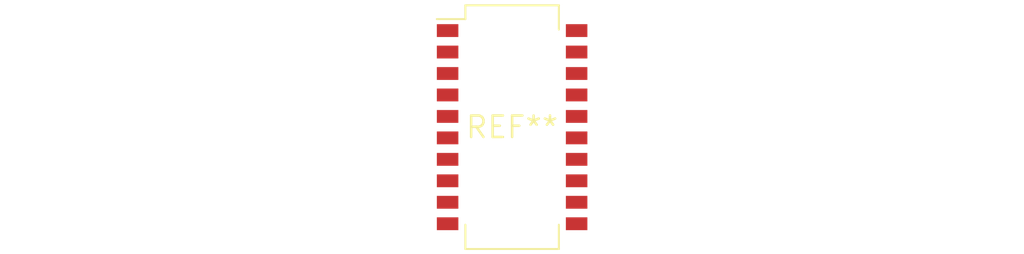
<source format=kicad_pcb>
(kicad_pcb (version 20240108) (generator pcbnew)
  (layers (0 "F.Cu" signal) (31 "B.Cu" signal) (34 "B.Paste" user) (35 "F.Paste" user) (36 "B.SilkS" user "B.Silkscreen") (37 "F.SilkS" user "F.Silkscreen") (38 "B.Mask" user) (39 "F.Mask" user) (44 "Edge.Cuts" user))
  (net 0 "")
  (footprint "SW_DIP_SPSTx10_Slide_KingTek_DSHP10TS_W7.62mm_P1.27mm" (layer "F.Cu") (at 0 0)
    (property "Reference" "REF**")
    (property "Value" "SW_DIP_SPSTx10_Slide_KingTek_DSHP10TS_W7.62mm_P1.27mm")
    (fp_line (start -4.446 -6.395) (end -2.76 -6.395) (layer "F.SilkS") (stroke (width 0.12)))
    (fp_line (start -2.76 -7.211) (end -2.76 -6.395) (layer "F.SilkS") (stroke (width 0.12)))
    (fp_line (start -2.76 -7.211) (end 2.76 -7.211) (layer "F.SilkS") (stroke (width 0.12)))
    (fp_line (start -2.76 5.775) (end -2.76 7.21) (layer "F.SilkS") (stroke (width 0.12)))
    (fp_line (start -2.76 7.21) (end 2.76 7.21) (layer "F.SilkS") (stroke (width 0.12)))
    (fp_line (start 2.76 -7.211) (end 2.76 -5.776) (layer "F.SilkS") (stroke (width 0.12)))
    (fp_line (start 2.76 5.775) (end 2.76 7.21) (layer "F.SilkS") (stroke (width 0.12)))
    (pad "1" smd rect (at -3.81 -5.715) (size 1.27 0.76) (layers "F.Cu" "F.Paste" "F.Mask"))
    (pad "2" smd rect (at -3.81 -4.445) (size 1.27 0.76) (layers "F.Cu" "F.Paste" "F.Mask"))
    (pad "3" smd rect (at -3.81 -3.175) (size 1.27 0.76) (layers "F.Cu" "F.Paste" "F.Mask"))
    (pad "4" smd rect (at -3.81 -1.905) (size 1.27 0.76) (layers "F.Cu" "F.Paste" "F.Mask"))
    (pad "5" smd rect (at -3.81 -0.635) (size 1.27 0.76) (layers "F.Cu" "F.Paste" "F.Mask"))
    (pad "6" smd rect (at -3.81 0.635) (size 1.27 0.76) (layers "F.Cu" "F.Paste" "F.Mask"))
    (pad "7" smd rect (at -3.81 1.905) (size 1.27 0.76) (layers "F.Cu" "F.Paste" "F.Mask"))
    (pad "8" smd rect (at -3.81 3.175) (size 1.27 0.76) (layers "F.Cu" "F.Paste" "F.Mask"))
    (pad "9" smd rect (at -3.81 4.445) (size 1.27 0.76) (layers "F.Cu" "F.Paste" "F.Mask"))
    (pad "10" smd rect (at -3.81 5.715) (size 1.27 0.76) (layers "F.Cu" "F.Paste" "F.Mask"))
    (pad "11" smd rect (at 3.81 5.715) (size 1.27 0.76) (layers "F.Cu" "F.Paste" "F.Mask"))
    (pad "12" smd rect (at 3.81 4.445) (size 1.27 0.76) (layers "F.Cu" "F.Paste" "F.Mask"))
    (pad "13" smd rect (at 3.81 3.175) (size 1.27 0.76) (layers "F.Cu" "F.Paste" "F.Mask"))
    (pad "14" smd rect (at 3.81 1.905) (size 1.27 0.76) (layers "F.Cu" "F.Paste" "F.Mask"))
    (pad "15" smd rect (at 3.81 0.635) (size 1.27 0.76) (layers "F.Cu" "F.Paste" "F.Mask"))
    (pad "16" smd rect (at 3.81 -0.635) (size 1.27 0.76) (layers "F.Cu" "F.Paste" "F.Mask"))
    (pad "17" smd rect (at 3.81 -1.905) (size 1.27 0.76) (layers "F.Cu" "F.Paste" "F.Mask"))
    (pad "18" smd rect (at 3.81 -3.175) (size 1.27 0.76) (layers "F.Cu" "F.Paste" "F.Mask"))
    (pad "19" smd rect (at 3.81 -4.445) (size 1.27 0.76) (layers "F.Cu" "F.Paste" "F.Mask"))
    (pad "20" smd rect (at 3.81 -5.715) (size 1.27 0.76) (layers "F.Cu" "F.Paste" "F.Mask"))
  )
)
</source>
